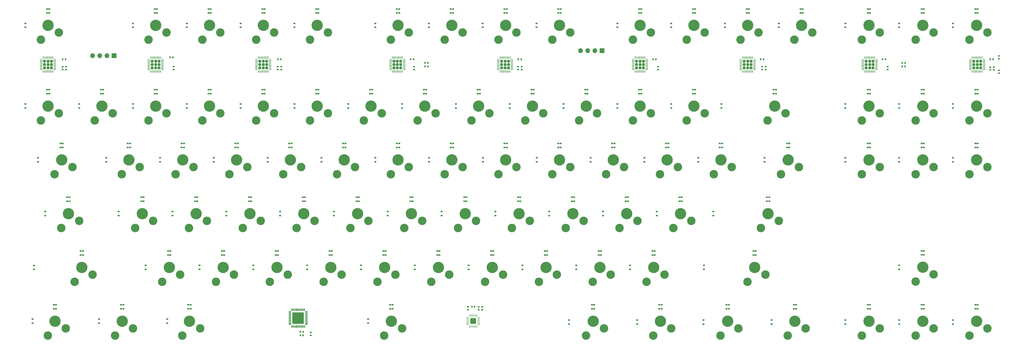
<source format=gts>
G04 #@! TF.GenerationSoftware,KiCad,Pcbnew,(6.0.5)*
G04 #@! TF.CreationDate,2022-10-12T22:06:10+02:00*
G04 #@! TF.ProjectId,vakeyboard,76616b65-7962-46f6-9172-642e6b696361,rev?*
G04 #@! TF.SameCoordinates,Original*
G04 #@! TF.FileFunction,Soldermask,Top*
G04 #@! TF.FilePolarity,Negative*
%FSLAX46Y46*%
G04 Gerber Fmt 4.6, Leading zero omitted, Abs format (unit mm)*
G04 Created by KiCad (PCBNEW (6.0.5)) date 2022-10-12 22:06:10*
%MOMM*%
%LPD*%
G01*
G04 APERTURE LIST*
G04 Aperture macros list*
%AMRoundRect*
0 Rectangle with rounded corners*
0 $1 Rounding radius*
0 $2 $3 $4 $5 $6 $7 $8 $9 X,Y pos of 4 corners*
0 Add a 4 corners polygon primitive as box body*
4,1,4,$2,$3,$4,$5,$6,$7,$8,$9,$2,$3,0*
0 Add four circle primitives for the rounded corners*
1,1,$1+$1,$2,$3*
1,1,$1+$1,$4,$5*
1,1,$1+$1,$6,$7*
1,1,$1+$1,$8,$9*
0 Add four rect primitives between the rounded corners*
20,1,$1+$1,$2,$3,$4,$5,0*
20,1,$1+$1,$4,$5,$6,$7,0*
20,1,$1+$1,$6,$7,$8,$9,0*
20,1,$1+$1,$8,$9,$2,$3,0*%
G04 Aperture macros list end*
%ADD10RoundRect,0.008100X0.421900X0.126900X-0.421900X0.126900X-0.421900X-0.126900X0.421900X-0.126900X0*%
%ADD11RoundRect,0.008100X-0.126900X0.421900X-0.126900X-0.421900X0.126900X-0.421900X0.126900X0.421900X0*%
%ADD12R,4.100000X4.100000*%
%ADD13RoundRect,0.135000X-0.185000X0.135000X-0.185000X-0.135000X0.185000X-0.135000X0.185000X0.135000X0*%
%ADD14C,3.000000*%
%ADD15C,4.000000*%
%ADD16R,0.700000X0.600000*%
%ADD17R,0.650000X0.600000*%
%ADD18RoundRect,0.140000X-0.170000X0.140000X-0.170000X-0.140000X0.170000X-0.140000X0.170000X0.140000X0*%
%ADD19RoundRect,0.135000X0.185000X-0.135000X0.185000X0.135000X-0.185000X0.135000X-0.185000X-0.135000X0*%
%ADD20RoundRect,0.062500X-0.350000X-0.062500X0.350000X-0.062500X0.350000X0.062500X-0.350000X0.062500X0*%
%ADD21RoundRect,0.062500X-0.062500X-0.350000X0.062500X-0.350000X0.062500X0.350000X-0.062500X0.350000X0*%
%ADD22RoundRect,0.242500X-0.242500X-0.242500X0.242500X-0.242500X0.242500X0.242500X-0.242500X0.242500X0*%
%ADD23RoundRect,0.135000X0.135000X0.185000X-0.135000X0.185000X-0.135000X-0.185000X0.135000X-0.185000X0*%
%ADD24RoundRect,0.062500X-0.375000X-0.062500X0.375000X-0.062500X0.375000X0.062500X-0.375000X0.062500X0*%
%ADD25RoundRect,0.062500X-0.062500X-0.375000X0.062500X-0.375000X0.062500X0.375000X-0.062500X0.375000X0*%
%ADD26R,2.100000X2.100000*%
%ADD27RoundRect,0.135000X-0.135000X-0.185000X0.135000X-0.185000X0.135000X0.185000X-0.135000X0.185000X0*%
%ADD28RoundRect,0.140000X0.140000X0.170000X-0.140000X0.170000X-0.140000X-0.170000X0.140000X-0.170000X0*%
%ADD29RoundRect,0.140000X-0.140000X-0.170000X0.140000X-0.170000X0.140000X0.170000X-0.140000X0.170000X0*%
%ADD30R,1.700000X1.700000*%
%ADD31O,1.700000X1.700000*%
G04 APERTURE END LIST*
D10*
X128304000Y-201280000D03*
X128304000Y-200780000D03*
X128304000Y-200280000D03*
X128304000Y-199780000D03*
X128304000Y-199280000D03*
X128304000Y-198780000D03*
X128304000Y-198280000D03*
X128304000Y-197780000D03*
X128304000Y-197280000D03*
X128304000Y-196780000D03*
D11*
X127619000Y-196095000D03*
X127119000Y-196095000D03*
X126619000Y-196095000D03*
X126119000Y-196095000D03*
X125619000Y-196095000D03*
X125119000Y-196095000D03*
X124619000Y-196095000D03*
X124119000Y-196095000D03*
X123619000Y-196095000D03*
X123119000Y-196095000D03*
D10*
X122434000Y-196780000D03*
X122434000Y-197280000D03*
X122434000Y-197780000D03*
X122434000Y-198280000D03*
X122434000Y-198780000D03*
X122434000Y-199280000D03*
X122434000Y-199780000D03*
X122434000Y-200280000D03*
X122434000Y-200780000D03*
X122434000Y-201280000D03*
D11*
X123119000Y-201965000D03*
X123619000Y-201965000D03*
X124119000Y-201965000D03*
X124619000Y-201965000D03*
X125119000Y-201965000D03*
X125619000Y-201965000D03*
X126119000Y-201965000D03*
X126619000Y-201965000D03*
X127119000Y-201965000D03*
X127619000Y-201965000D03*
D12*
X125369000Y-199030000D03*
D13*
X129814000Y-204108000D03*
X129814000Y-205128000D03*
D14*
X296300000Y-148035000D03*
X302650000Y-145495000D03*
D15*
X298840000Y-142955000D03*
D14*
X39120000Y-148035000D03*
X45470000Y-145495000D03*
D15*
X41660000Y-142955000D03*
D14*
X155805000Y-205185000D03*
X162155000Y-202645000D03*
D15*
X158345000Y-200105000D03*
D14*
X284390000Y-186135000D03*
X290740000Y-183595000D03*
D15*
X286930000Y-181055000D03*
D14*
X298675000Y-205185000D03*
X305025000Y-202645000D03*
D15*
X301215000Y-200105000D03*
D14*
X46265000Y-186135000D03*
X52615000Y-183595000D03*
D15*
X48805000Y-181055000D03*
D14*
X36745000Y-205185000D03*
X43095000Y-202645000D03*
D15*
X39285000Y-200105000D03*
D14*
X289155000Y-167085000D03*
X295505000Y-164545000D03*
D15*
X291695000Y-162005000D03*
D14*
X41505000Y-167085000D03*
X47855000Y-164545000D03*
D15*
X44045000Y-162005000D03*
D14*
X291535000Y-128985000D03*
X297885000Y-126445000D03*
D15*
X294075000Y-123905000D03*
X232160000Y-181055000D03*
D14*
X229620000Y-186135000D03*
X235970000Y-183595000D03*
D15*
X227395000Y-123905000D03*
D14*
X231205000Y-126445000D03*
X224855000Y-128985000D03*
D15*
X213110000Y-181055000D03*
D14*
X210570000Y-186135000D03*
X216920000Y-183595000D03*
D15*
X55945000Y-123905000D03*
D14*
X59755000Y-126445000D03*
X53405000Y-128985000D03*
D15*
X74995000Y-123905000D03*
D14*
X78805000Y-126445000D03*
X72455000Y-128985000D03*
X91505000Y-128985000D03*
X97855000Y-126445000D03*
D15*
X94045000Y-123905000D03*
X113095000Y-123905000D03*
D14*
X110555000Y-128985000D03*
X116905000Y-126445000D03*
X129605000Y-128985000D03*
D15*
X132145000Y-123905000D03*
D14*
X135955000Y-126445000D03*
X155005000Y-126445000D03*
X148655000Y-128985000D03*
D15*
X151195000Y-123905000D03*
D14*
X167705000Y-128985000D03*
D15*
X170245000Y-123905000D03*
D14*
X174055000Y-126445000D03*
X193105000Y-126445000D03*
D15*
X189295000Y-123905000D03*
D14*
X186755000Y-128985000D03*
D15*
X208345000Y-123905000D03*
D14*
X212155000Y-126445000D03*
X205805000Y-128985000D03*
X264550000Y-164545000D03*
D15*
X260740000Y-162005000D03*
D14*
X258200000Y-167085000D03*
D15*
X251210000Y-181055000D03*
D14*
X248670000Y-186135000D03*
X255020000Y-183595000D03*
X239150000Y-167085000D03*
D15*
X241690000Y-162005000D03*
D14*
X245500000Y-164545000D03*
X259785000Y-145495000D03*
X253435000Y-148035000D03*
D15*
X255975000Y-142955000D03*
D14*
X278835000Y-145495000D03*
X272485000Y-148035000D03*
D15*
X275025000Y-142955000D03*
D14*
X74050000Y-164545000D03*
D15*
X70240000Y-162005000D03*
D14*
X67700000Y-167085000D03*
D15*
X155960000Y-181055000D03*
D14*
X153420000Y-186135000D03*
X159770000Y-183595000D03*
X121670000Y-183595000D03*
X115320000Y-186135000D03*
D15*
X117860000Y-181055000D03*
D14*
X105800000Y-167085000D03*
D15*
X108340000Y-162005000D03*
D14*
X112150000Y-164545000D03*
X324855000Y-148035000D03*
D15*
X327395000Y-142955000D03*
D14*
X331205000Y-145495000D03*
X350255000Y-202645000D03*
D15*
X346445000Y-200105000D03*
D14*
X343905000Y-205185000D03*
D15*
X103575000Y-142955000D03*
D14*
X107385000Y-145495000D03*
X101035000Y-148035000D03*
X350255000Y-145495000D03*
X343905000Y-148035000D03*
D15*
X346445000Y-142955000D03*
D14*
X269305000Y-126445000D03*
X262955000Y-128985000D03*
D15*
X265495000Y-123905000D03*
D14*
X40705000Y-97875000D03*
X34355000Y-100415000D03*
D15*
X36895000Y-95335000D03*
D14*
X72455000Y-100415000D03*
X78805000Y-97875000D03*
D15*
X74995000Y-95335000D03*
D14*
X97855000Y-97875000D03*
X91505000Y-100415000D03*
D15*
X94045000Y-95335000D03*
D14*
X110555000Y-100415000D03*
D15*
X113095000Y-95335000D03*
D14*
X116905000Y-97875000D03*
X135955000Y-97875000D03*
D15*
X132145000Y-95335000D03*
D14*
X129605000Y-100415000D03*
X158182500Y-100415000D03*
X164532500Y-97875000D03*
D15*
X160722500Y-95335000D03*
X179772500Y-95335000D03*
D14*
X177232500Y-100415000D03*
X183582500Y-97875000D03*
D15*
X198822500Y-95335000D03*
D14*
X196282500Y-100415000D03*
X202632500Y-97875000D03*
X221682500Y-97875000D03*
X215332500Y-100415000D03*
D15*
X217872500Y-95335000D03*
D14*
X250260000Y-97875000D03*
D15*
X246450000Y-95335000D03*
D14*
X243910000Y-100415000D03*
D15*
X265500000Y-95335000D03*
D14*
X269310000Y-97875000D03*
X262960000Y-100415000D03*
X288360000Y-97875000D03*
D15*
X284550000Y-95335000D03*
D14*
X282010000Y-100415000D03*
X307410000Y-97875000D03*
X301060000Y-100415000D03*
D15*
X303600000Y-95335000D03*
D14*
X124850000Y-167085000D03*
D15*
X127390000Y-162005000D03*
D14*
X131200000Y-164545000D03*
D15*
X146440000Y-162005000D03*
D14*
X150250000Y-164545000D03*
X143900000Y-167085000D03*
X162950000Y-167085000D03*
X169300000Y-164545000D03*
D15*
X165490000Y-162005000D03*
D14*
X343905000Y-128985000D03*
X350255000Y-126445000D03*
D15*
X346445000Y-123905000D03*
D14*
X202635000Y-145495000D03*
D15*
X198825000Y-142955000D03*
D14*
X196285000Y-148035000D03*
X324855000Y-128985000D03*
X331205000Y-126445000D03*
D15*
X327395000Y-123905000D03*
X184540000Y-162005000D03*
D14*
X188350000Y-164545000D03*
X182000000Y-167085000D03*
X207400000Y-164545000D03*
X201050000Y-167085000D03*
D15*
X203590000Y-162005000D03*
X222640000Y-162005000D03*
D14*
X220100000Y-167085000D03*
X226450000Y-164545000D03*
X324855000Y-205185000D03*
X331205000Y-202645000D03*
D15*
X327395000Y-200105000D03*
D14*
X191520000Y-186135000D03*
X197870000Y-183595000D03*
D15*
X194060000Y-181055000D03*
D14*
X243905000Y-128985000D03*
D15*
X246445000Y-123905000D03*
D14*
X250255000Y-126445000D03*
X172470000Y-186135000D03*
D15*
X175010000Y-181055000D03*
D14*
X178820000Y-183595000D03*
X215335000Y-148035000D03*
D15*
X217875000Y-142955000D03*
D14*
X221685000Y-145495000D03*
X234385000Y-148035000D03*
X240735000Y-145495000D03*
D15*
X236925000Y-142955000D03*
D14*
X362955000Y-100415000D03*
D15*
X365495000Y-95335000D03*
D14*
X369305000Y-97875000D03*
D15*
X365495000Y-142955000D03*
D14*
X362955000Y-148035000D03*
X369305000Y-145495000D03*
X369305000Y-126445000D03*
D15*
X365495000Y-123905000D03*
D14*
X362955000Y-128985000D03*
D15*
X327395000Y-95335000D03*
D14*
X331205000Y-97875000D03*
X324855000Y-100415000D03*
X69285000Y-145495000D03*
D15*
X65475000Y-142955000D03*
D14*
X62935000Y-148035000D03*
X126435000Y-145495000D03*
D15*
X122625000Y-142955000D03*
D14*
X120085000Y-148035000D03*
D15*
X365495000Y-200105000D03*
D14*
X369305000Y-202645000D03*
X362955000Y-205185000D03*
D15*
X89290000Y-162005000D03*
D14*
X93100000Y-164545000D03*
X86750000Y-167085000D03*
D15*
X346445000Y-95335000D03*
D14*
X343905000Y-100415000D03*
X350255000Y-97875000D03*
X145485000Y-145495000D03*
X139135000Y-148035000D03*
D15*
X141675000Y-142955000D03*
D14*
X40705000Y-126445000D03*
X34355000Y-128985000D03*
D15*
X36895000Y-123905000D03*
D14*
X177235000Y-148035000D03*
D15*
X179775000Y-142955000D03*
D14*
X183585000Y-145495000D03*
D15*
X136910000Y-181055000D03*
D14*
X140720000Y-183595000D03*
X134370000Y-186135000D03*
D15*
X84525000Y-142955000D03*
D14*
X88335000Y-145495000D03*
X81985000Y-148035000D03*
X102620000Y-183595000D03*
X96270000Y-186135000D03*
D15*
X98810000Y-181055000D03*
D14*
X158185000Y-148035000D03*
D15*
X160725000Y-142955000D03*
D14*
X164535000Y-145495000D03*
D15*
X79760000Y-181055000D03*
D14*
X83570000Y-183595000D03*
X77220000Y-186135000D03*
D16*
X223774000Y-180355000D03*
X223774000Y-181755000D03*
X204724000Y-180355000D03*
X204724000Y-181755000D03*
X47874000Y-123205000D03*
X47874000Y-124605000D03*
X66924000Y-123205000D03*
X66924000Y-124605000D03*
X85974000Y-123205000D03*
X85974000Y-124605000D03*
X105024000Y-123205000D03*
X105024000Y-124605000D03*
X124074000Y-123205000D03*
X124074000Y-124605000D03*
X143124000Y-123205000D03*
X143124000Y-124605000D03*
X162174000Y-123205000D03*
X162174000Y-124605000D03*
X181224000Y-123205000D03*
X181224000Y-124605000D03*
X200274000Y-123205000D03*
X200274000Y-124605000D03*
X219324000Y-123205000D03*
X219324000Y-124605000D03*
X252359000Y-161305000D03*
X252359000Y-162705000D03*
X242824000Y-180355000D03*
X242824000Y-181755000D03*
X233309000Y-161305000D03*
X233309000Y-162705000D03*
X247909000Y-142255000D03*
X247909000Y-143655000D03*
X290454000Y-142255000D03*
X290454000Y-143655000D03*
X266959000Y-142255000D03*
X266959000Y-143655000D03*
X61859000Y-161305000D03*
X61859000Y-162705000D03*
X147574000Y-180355000D03*
X147574000Y-181755000D03*
X275209000Y-123205000D03*
X275209000Y-124605000D03*
X109474000Y-180355000D03*
X109474000Y-181755000D03*
X35819000Y-161305000D03*
X35819000Y-162705000D03*
X99959000Y-161305000D03*
X99959000Y-162705000D03*
X319019000Y-142255000D03*
X319019000Y-143655000D03*
X338069000Y-199753000D03*
X338069000Y-201153000D03*
X95509000Y-142255000D03*
X95509000Y-143655000D03*
X338069000Y-142255000D03*
X338069000Y-143655000D03*
X272288000Y-161305000D03*
X272288000Y-162705000D03*
X257424000Y-123205000D03*
X257424000Y-124605000D03*
X28824000Y-94630000D03*
X28824000Y-96030000D03*
X66919000Y-94630000D03*
X66919000Y-96030000D03*
X85974000Y-94630000D03*
X85974000Y-96030000D03*
X105024000Y-94630000D03*
X105024000Y-96030000D03*
X124074000Y-94630000D03*
X124074000Y-96030000D03*
X152659000Y-94630000D03*
X152659000Y-96030000D03*
X171684000Y-94630000D03*
X171684000Y-96030000D03*
X190734000Y-94630000D03*
X190734000Y-96030000D03*
X209784000Y-94630000D03*
X209784000Y-96030000D03*
X238394000Y-94630000D03*
X238394000Y-96030000D03*
X257439000Y-94630000D03*
X257439000Y-96030000D03*
X276489000Y-94630000D03*
X276489000Y-96030000D03*
X295539000Y-94630000D03*
X295539000Y-96030000D03*
X119009000Y-161305000D03*
X119009000Y-162705000D03*
X268864000Y-199753000D03*
X268864000Y-201153000D03*
X138059000Y-161305000D03*
X138059000Y-162705000D03*
X157109000Y-161305000D03*
X157109000Y-162705000D03*
X338069000Y-123205000D03*
X338069000Y-124605000D03*
X190759000Y-142255000D03*
X190759000Y-143655000D03*
X319019000Y-123205000D03*
X319019000Y-124605000D03*
X176159000Y-161305000D03*
X176159000Y-162705000D03*
X195209000Y-161305000D03*
X195209000Y-162705000D03*
X214259000Y-161305000D03*
X214259000Y-162705000D03*
X54869000Y-199405000D03*
X54869000Y-200805000D03*
X31374000Y-199405000D03*
X31374000Y-200805000D03*
X319019000Y-199753000D03*
X319019000Y-201153000D03*
X31877000Y-180402000D03*
X31877000Y-181802000D03*
X78999000Y-199405000D03*
X78999000Y-200805000D03*
X185674000Y-180355000D03*
X185674000Y-181755000D03*
X238374000Y-123205000D03*
X238374000Y-124605000D03*
X166624000Y-180355000D03*
X166624000Y-181755000D03*
X209809000Y-142255000D03*
X209809000Y-143655000D03*
X228859000Y-142255000D03*
X228859000Y-143655000D03*
X357119000Y-94630000D03*
X357119000Y-96030000D03*
X357119000Y-142255000D03*
X357119000Y-143655000D03*
X357119000Y-123205000D03*
X357119000Y-124605000D03*
X319019000Y-94630000D03*
X319019000Y-96030000D03*
X57409000Y-142255000D03*
X57409000Y-143655000D03*
X114559000Y-142255000D03*
X114559000Y-143655000D03*
X245369000Y-199753000D03*
X245369000Y-201153000D03*
X292994000Y-199753000D03*
X292994000Y-201153000D03*
X357119000Y-199753000D03*
X357119000Y-201153000D03*
X268986000Y-180355000D03*
X268986000Y-181755000D03*
X221239000Y-199753000D03*
X221239000Y-201153000D03*
X80909000Y-161305000D03*
X80909000Y-162705000D03*
X338069000Y-94630000D03*
X338069000Y-96030000D03*
X150119000Y-199405000D03*
X150119000Y-200805000D03*
X133609000Y-142255000D03*
X133609000Y-143655000D03*
X33274000Y-142255000D03*
X33274000Y-143655000D03*
X28824000Y-123205000D03*
X28824000Y-124605000D03*
X171709000Y-142255000D03*
X171709000Y-143655000D03*
X338069000Y-180355000D03*
X338069000Y-181755000D03*
X128524000Y-180355000D03*
X128524000Y-181755000D03*
X76459000Y-142255000D03*
X76459000Y-143655000D03*
X90424000Y-180355000D03*
X90424000Y-181755000D03*
X152659000Y-142255000D03*
X152659000Y-143655000D03*
X71374000Y-180355000D03*
X71374000Y-181755000D03*
D14*
X274865000Y-205185000D03*
D15*
X277405000Y-200105000D03*
D14*
X281215000Y-202645000D03*
X66905000Y-202645000D03*
D15*
X63095000Y-200105000D03*
D14*
X60555000Y-205185000D03*
X84365000Y-205185000D03*
D15*
X86905000Y-200105000D03*
D14*
X90715000Y-202645000D03*
X257405000Y-202645000D03*
D15*
X253595000Y-200105000D03*
D14*
X251055000Y-205185000D03*
D15*
X229785000Y-200105000D03*
D14*
X227245000Y-205185000D03*
X233595000Y-202645000D03*
D17*
X231765000Y-175270000D03*
X231765000Y-176670000D03*
X232565000Y-175270000D03*
X232565000Y-176670000D03*
X260345000Y-156220000D03*
X260345000Y-157620000D03*
X261145000Y-156220000D03*
X261145000Y-157620000D03*
X250815000Y-175270000D03*
X250815000Y-176670000D03*
X251615000Y-175270000D03*
X251615000Y-176670000D03*
X241295000Y-156220000D03*
X241295000Y-157620000D03*
X242095000Y-156220000D03*
X242095000Y-157620000D03*
X255580000Y-137170000D03*
X255580000Y-138570000D03*
X256380000Y-137170000D03*
X256380000Y-138570000D03*
X298445000Y-137170000D03*
X298445000Y-138570000D03*
X299245000Y-137170000D03*
X299245000Y-138570000D03*
X274630000Y-137170000D03*
X274630000Y-138570000D03*
X275430000Y-137170000D03*
X275430000Y-138570000D03*
X69845000Y-156220000D03*
X69845000Y-157620000D03*
X70645000Y-156220000D03*
X70645000Y-157620000D03*
X155565000Y-175270000D03*
X155565000Y-176670000D03*
X156365000Y-175270000D03*
X156365000Y-176670000D03*
X293680000Y-118120000D03*
X293680000Y-119520000D03*
X294480000Y-118120000D03*
X294480000Y-119520000D03*
X117465000Y-175270000D03*
X117465000Y-176670000D03*
X118265000Y-175270000D03*
X118265000Y-176670000D03*
X43650000Y-156220000D03*
X43650000Y-157620000D03*
X44450000Y-156220000D03*
X44450000Y-157620000D03*
X212715000Y-175270000D03*
X212715000Y-176670000D03*
X213515000Y-175270000D03*
X213515000Y-176670000D03*
X107945000Y-156220000D03*
X107945000Y-157620000D03*
X108745000Y-156220000D03*
X108745000Y-157620000D03*
X327000000Y-137170000D03*
X327000000Y-138570000D03*
X327800000Y-137170000D03*
X327800000Y-138570000D03*
X346050000Y-194320000D03*
X346050000Y-195720000D03*
X346850000Y-194320000D03*
X346850000Y-195720000D03*
X103180000Y-137170000D03*
X103180000Y-138570000D03*
X103980000Y-137170000D03*
X103980000Y-138570000D03*
X188900000Y-118120000D03*
X188900000Y-119520000D03*
X189700000Y-118120000D03*
X189700000Y-119520000D03*
X346050000Y-137170000D03*
X346050000Y-138570000D03*
X346850000Y-137170000D03*
X346850000Y-138570000D03*
X291300000Y-156220000D03*
X291300000Y-157620000D03*
X292100000Y-156220000D03*
X292100000Y-157620000D03*
X265100000Y-118120000D03*
X265100000Y-119520000D03*
X265900000Y-118120000D03*
X265900000Y-119520000D03*
X36500000Y-89550000D03*
X36500000Y-90950000D03*
X37300000Y-89550000D03*
X37300000Y-90950000D03*
X74600000Y-89550000D03*
X74600000Y-90950000D03*
X75400000Y-89550000D03*
X75400000Y-90950000D03*
X93650000Y-89550000D03*
X93650000Y-90950000D03*
X94450000Y-89550000D03*
X94450000Y-90950000D03*
X112700000Y-89550000D03*
X112700000Y-90950000D03*
X113500000Y-89550000D03*
X113500000Y-90950000D03*
X131750000Y-89550000D03*
X131750000Y-90950000D03*
X132550000Y-89550000D03*
X132550000Y-90950000D03*
X160327500Y-89550000D03*
X160327500Y-90950000D03*
X161127500Y-89550000D03*
X161127500Y-90950000D03*
X179377500Y-89550000D03*
X179377500Y-90950000D03*
X180177500Y-89550000D03*
X180177500Y-90950000D03*
X198427500Y-89550000D03*
X198427500Y-90950000D03*
X199227500Y-89550000D03*
X199227500Y-90950000D03*
X217477500Y-89550000D03*
X217477500Y-90950000D03*
X218277500Y-89550000D03*
X218277500Y-90950000D03*
X246055000Y-89550000D03*
X246055000Y-90950000D03*
X246855000Y-89550000D03*
X246855000Y-90950000D03*
X265105000Y-89550000D03*
X265105000Y-90950000D03*
X265905000Y-89550000D03*
X265905000Y-90950000D03*
X284155000Y-89550000D03*
X284155000Y-90950000D03*
X284955000Y-89550000D03*
X284955000Y-90950000D03*
X303205000Y-89550000D03*
X303205000Y-90950000D03*
X304005000Y-89550000D03*
X304005000Y-90950000D03*
X126995000Y-156220000D03*
X126995000Y-157620000D03*
X127795000Y-156220000D03*
X127795000Y-157620000D03*
X131750000Y-118120000D03*
X131750000Y-119520000D03*
X132550000Y-118120000D03*
X132550000Y-119520000D03*
X277010000Y-194320000D03*
X277010000Y-195720000D03*
X277810000Y-194320000D03*
X277810000Y-195720000D03*
X112700000Y-118120000D03*
X112700000Y-119520000D03*
X113500000Y-118120000D03*
X113500000Y-119520000D03*
X146045000Y-156220000D03*
X146045000Y-157620000D03*
X146845000Y-156220000D03*
X146845000Y-157620000D03*
X165095000Y-156220000D03*
X165095000Y-157620000D03*
X165895000Y-156220000D03*
X165895000Y-157620000D03*
X346050000Y-118120000D03*
X346050000Y-119520000D03*
X346850000Y-118120000D03*
X346850000Y-119520000D03*
X198430000Y-137170000D03*
X198430000Y-138570000D03*
X199230000Y-137170000D03*
X199230000Y-138570000D03*
X327000000Y-118120000D03*
X327000000Y-119520000D03*
X327800000Y-118120000D03*
X327800000Y-119520000D03*
X184145000Y-156220000D03*
X184145000Y-157620000D03*
X184945000Y-156220000D03*
X184945000Y-157620000D03*
X203195000Y-156220000D03*
X203195000Y-157620000D03*
X203995000Y-156220000D03*
X203995000Y-157620000D03*
X222245000Y-156220000D03*
X222245000Y-157620000D03*
X223045000Y-156220000D03*
X223045000Y-157620000D03*
X62700000Y-194320000D03*
X62700000Y-195720000D03*
X63500000Y-194320000D03*
X63500000Y-195720000D03*
X38890000Y-194320000D03*
X38890000Y-195720000D03*
X39690000Y-194320000D03*
X39690000Y-195720000D03*
X327000000Y-194320000D03*
X327000000Y-195720000D03*
X327800000Y-194320000D03*
X327800000Y-195720000D03*
X48410000Y-175270000D03*
X48410000Y-176670000D03*
X49210000Y-175270000D03*
X49210000Y-176670000D03*
X86510000Y-194320000D03*
X86510000Y-195720000D03*
X87310000Y-194320000D03*
X87310000Y-195720000D03*
X193665000Y-175270000D03*
X193665000Y-176670000D03*
X194465000Y-175270000D03*
X194465000Y-176670000D03*
X246050000Y-118120000D03*
X246050000Y-119520000D03*
X246850000Y-118120000D03*
X246850000Y-119520000D03*
X174615000Y-175270000D03*
X174615000Y-176670000D03*
X175415000Y-175270000D03*
X175415000Y-176670000D03*
X207950000Y-118120000D03*
X207950000Y-119520000D03*
X208750000Y-118120000D03*
X208750000Y-119520000D03*
X217480000Y-137170000D03*
X217480000Y-138570000D03*
X218280000Y-137170000D03*
X218280000Y-138570000D03*
X55550000Y-118120000D03*
X55550000Y-119520000D03*
X56350000Y-118120000D03*
X56350000Y-119520000D03*
X236530000Y-137170000D03*
X236530000Y-138570000D03*
X237330000Y-137170000D03*
X237330000Y-138570000D03*
X365100000Y-89550000D03*
X365100000Y-90950000D03*
X365900000Y-89550000D03*
X365900000Y-90950000D03*
X365100000Y-137170000D03*
X365100000Y-138570000D03*
X365900000Y-137170000D03*
X365900000Y-138570000D03*
X365100000Y-118120000D03*
X365100000Y-119520000D03*
X365900000Y-118120000D03*
X365900000Y-119520000D03*
X327000000Y-89550000D03*
X327000000Y-90950000D03*
X327800000Y-89550000D03*
X327800000Y-90950000D03*
X65080000Y-137170000D03*
X65080000Y-138570000D03*
X65880000Y-137170000D03*
X65880000Y-138570000D03*
X122230000Y-137170000D03*
X122230000Y-138570000D03*
X123030000Y-137170000D03*
X123030000Y-138570000D03*
X253200000Y-194320000D03*
X253200000Y-195720000D03*
X254000000Y-194320000D03*
X254000000Y-195720000D03*
X300820000Y-194320000D03*
X300820000Y-195720000D03*
X301620000Y-194320000D03*
X301620000Y-195720000D03*
X286535000Y-175270000D03*
X286535000Y-176670000D03*
X287335000Y-175270000D03*
X287335000Y-176670000D03*
X229390000Y-194320000D03*
X229390000Y-195720000D03*
X230190000Y-194320000D03*
X230190000Y-195720000D03*
X88895000Y-156220000D03*
X88895000Y-157620000D03*
X89695000Y-156220000D03*
X89695000Y-157620000D03*
X346050000Y-89550000D03*
X346050000Y-90950000D03*
X346850000Y-89550000D03*
X346850000Y-90950000D03*
X169850000Y-118120000D03*
X169850000Y-119520000D03*
X170650000Y-118120000D03*
X170650000Y-119520000D03*
X150800000Y-118120000D03*
X150800000Y-119520000D03*
X151600000Y-118120000D03*
X151600000Y-119520000D03*
X157950000Y-194320000D03*
X157950000Y-195720000D03*
X158750000Y-194320000D03*
X158750000Y-195720000D03*
X141280000Y-137170000D03*
X141280000Y-138570000D03*
X142080000Y-137170000D03*
X142080000Y-138570000D03*
X41265000Y-137170000D03*
X41265000Y-138570000D03*
X42065000Y-137170000D03*
X42065000Y-138570000D03*
X93650000Y-118120000D03*
X93650000Y-119520000D03*
X94450000Y-118120000D03*
X94450000Y-119520000D03*
X36500000Y-118120000D03*
X36500000Y-119520000D03*
X37300000Y-118120000D03*
X37300000Y-119520000D03*
X74600000Y-118120000D03*
X74600000Y-119520000D03*
X75400000Y-118120000D03*
X75400000Y-119520000D03*
X179380000Y-137170000D03*
X179380000Y-138570000D03*
X180180000Y-137170000D03*
X180180000Y-138570000D03*
X346050000Y-175230000D03*
X346050000Y-176630000D03*
X346850000Y-175230000D03*
X346850000Y-176630000D03*
X136515000Y-175270000D03*
X136515000Y-176670000D03*
X137315000Y-175270000D03*
X137315000Y-176670000D03*
X84130000Y-137170000D03*
X84130000Y-138570000D03*
X84930000Y-137170000D03*
X84930000Y-138570000D03*
X98415000Y-175270000D03*
X98415000Y-176670000D03*
X99215000Y-175270000D03*
X99215000Y-176670000D03*
X160330000Y-137170000D03*
X160330000Y-138570000D03*
X161130000Y-137170000D03*
X161130000Y-138570000D03*
X79365000Y-175270000D03*
X79365000Y-176670000D03*
X80165000Y-175270000D03*
X80165000Y-176670000D03*
X227000000Y-118120000D03*
X227000000Y-119520000D03*
X227800000Y-118120000D03*
X227800000Y-119520000D03*
D14*
X350255000Y-183555000D03*
D15*
X346445000Y-181015000D03*
D14*
X343905000Y-186095000D03*
D17*
X365100000Y-194320000D03*
X365100000Y-195720000D03*
X365900000Y-194320000D03*
X365900000Y-195720000D03*
D18*
X290830000Y-110010000D03*
X290830000Y-110970000D03*
D19*
X373380000Y-112270000D03*
X373380000Y-111250000D03*
D20*
X158062500Y-107420000D03*
X158062500Y-107820000D03*
X158062500Y-108220000D03*
X158062500Y-108620000D03*
X158062500Y-109020000D03*
X158062500Y-109420000D03*
X158062500Y-109820000D03*
X158062500Y-110220000D03*
X158062500Y-110620000D03*
X158062500Y-111020000D03*
D21*
X158700000Y-111657500D03*
X159100000Y-111657500D03*
X159500000Y-111657500D03*
X159900000Y-111657500D03*
X160300000Y-111657500D03*
X160700000Y-111657500D03*
X161100000Y-111657500D03*
X161500000Y-111657500D03*
X161900000Y-111657500D03*
X162300000Y-111657500D03*
D20*
X162937500Y-111020000D03*
X162937500Y-110620000D03*
D22*
X161700000Y-109220000D03*
X161700000Y-110420000D03*
X159300000Y-109220000D03*
X160500000Y-110420000D03*
X161700000Y-108020000D03*
X160500000Y-109220000D03*
D20*
X162937500Y-110220000D03*
D22*
X159300000Y-108020000D03*
X160500000Y-108020000D03*
X159300000Y-110420000D03*
D20*
X162937500Y-109820000D03*
X162937500Y-109420000D03*
X162937500Y-109020000D03*
X162937500Y-108620000D03*
X162937500Y-108220000D03*
X162937500Y-107820000D03*
X162937500Y-107420000D03*
D21*
X162300000Y-106782500D03*
X161900000Y-106782500D03*
X161500000Y-106782500D03*
X161100000Y-106782500D03*
X160700000Y-106782500D03*
X160300000Y-106782500D03*
X159900000Y-106782500D03*
X159500000Y-106782500D03*
X159100000Y-106782500D03*
X158700000Y-106782500D03*
D18*
X334010000Y-110010000D03*
X334010000Y-110970000D03*
D23*
X290070000Y-107315000D03*
X289050000Y-107315000D03*
D20*
X363322500Y-107420000D03*
X363322500Y-107820000D03*
X363322500Y-108220000D03*
X363322500Y-108620000D03*
X363322500Y-109020000D03*
X363322500Y-109420000D03*
X363322500Y-109820000D03*
X363322500Y-110220000D03*
X363322500Y-110620000D03*
X363322500Y-111020000D03*
D21*
X363960000Y-111657500D03*
X364360000Y-111657500D03*
X364760000Y-111657500D03*
X365160000Y-111657500D03*
X365560000Y-111657500D03*
X365960000Y-111657500D03*
X366360000Y-111657500D03*
X366760000Y-111657500D03*
X367160000Y-111657500D03*
X367560000Y-111657500D03*
D20*
X368197500Y-111020000D03*
X368197500Y-110620000D03*
D22*
X364560000Y-108020000D03*
X366960000Y-110420000D03*
X364560000Y-109220000D03*
X365760000Y-110420000D03*
X364560000Y-110420000D03*
X366960000Y-108020000D03*
X366960000Y-109220000D03*
X365760000Y-109220000D03*
X365760000Y-108020000D03*
D20*
X368197500Y-110220000D03*
X368197500Y-109820000D03*
X368197500Y-109420000D03*
X368197500Y-109020000D03*
X368197500Y-108620000D03*
X368197500Y-108220000D03*
X368197500Y-107820000D03*
X368197500Y-107420000D03*
D21*
X367560000Y-106782500D03*
X367160000Y-106782500D03*
X366760000Y-106782500D03*
X366360000Y-106782500D03*
X365960000Y-106782500D03*
X365560000Y-106782500D03*
X365160000Y-106782500D03*
X364760000Y-106782500D03*
X364360000Y-106782500D03*
X363960000Y-106782500D03*
D13*
X190500000Y-195070000D03*
X190500000Y-196090000D03*
D24*
X185387500Y-198775000D03*
X185387500Y-199275000D03*
X185387500Y-199775000D03*
X185387500Y-200275000D03*
X185387500Y-200775000D03*
X185387500Y-201275000D03*
D25*
X186075000Y-201962500D03*
X186575000Y-201962500D03*
X187075000Y-201962500D03*
X187575000Y-201962500D03*
X188075000Y-201962500D03*
X188575000Y-201962500D03*
D24*
X189262500Y-201275000D03*
X189262500Y-200775000D03*
X189262500Y-200275000D03*
X189262500Y-199775000D03*
X189262500Y-199275000D03*
X189262500Y-198775000D03*
D25*
X188575000Y-198087500D03*
X188075000Y-198087500D03*
X187575000Y-198087500D03*
X187075000Y-198087500D03*
X186575000Y-198087500D03*
X186075000Y-198087500D03*
D26*
X187325000Y-200025000D03*
D13*
X185420000Y-195070000D03*
X185420000Y-196090000D03*
D18*
X118110000Y-110010000D03*
X118110000Y-110970000D03*
D20*
X34392500Y-107420000D03*
X34392500Y-107820000D03*
X34392500Y-108220000D03*
X34392500Y-108620000D03*
X34392500Y-109020000D03*
X34392500Y-109420000D03*
X34392500Y-109820000D03*
X34392500Y-110220000D03*
X34392500Y-110620000D03*
X34392500Y-111020000D03*
D21*
X35030000Y-111657500D03*
X35430000Y-111657500D03*
X35830000Y-111657500D03*
X36230000Y-111657500D03*
X36630000Y-111657500D03*
X37030000Y-111657500D03*
X37430000Y-111657500D03*
X37830000Y-111657500D03*
X38230000Y-111657500D03*
X38630000Y-111657500D03*
D20*
X39267500Y-111020000D03*
X39267500Y-110620000D03*
X39267500Y-110220000D03*
D22*
X36830000Y-109220000D03*
X35630000Y-110420000D03*
X38030000Y-109220000D03*
X36830000Y-108020000D03*
X35630000Y-109220000D03*
X38030000Y-108020000D03*
X38030000Y-110420000D03*
X36830000Y-110420000D03*
X35630000Y-108020000D03*
D20*
X39267500Y-109820000D03*
X39267500Y-109420000D03*
X39267500Y-109020000D03*
X39267500Y-108620000D03*
X39267500Y-108220000D03*
X39267500Y-107820000D03*
X39267500Y-107420000D03*
D21*
X38630000Y-106782500D03*
X38230000Y-106782500D03*
X37830000Y-106782500D03*
X37430000Y-106782500D03*
X37030000Y-106782500D03*
X36630000Y-106782500D03*
X36230000Y-106782500D03*
X35830000Y-106782500D03*
X35430000Y-106782500D03*
X35030000Y-106782500D03*
D27*
X170305000Y-109855000D03*
X171325000Y-109855000D03*
D13*
X373380000Y-106170000D03*
X373380000Y-107190000D03*
D23*
X251970000Y-107315000D03*
X250950000Y-107315000D03*
D18*
X166370000Y-110010000D03*
X166370000Y-110970000D03*
D20*
X325222500Y-107420000D03*
X325222500Y-107820000D03*
X325222500Y-108220000D03*
X325222500Y-108620000D03*
X325222500Y-109020000D03*
X325222500Y-109420000D03*
X325222500Y-109820000D03*
X325222500Y-110220000D03*
X325222500Y-110620000D03*
X325222500Y-111020000D03*
D21*
X325860000Y-111657500D03*
X326260000Y-111657500D03*
X326660000Y-111657500D03*
X327060000Y-111657500D03*
X327460000Y-111657500D03*
X327860000Y-111657500D03*
X328260000Y-111657500D03*
X328660000Y-111657500D03*
X329060000Y-111657500D03*
X329460000Y-111657500D03*
D20*
X330097500Y-111020000D03*
X330097500Y-110620000D03*
D22*
X326460000Y-108020000D03*
X328860000Y-109220000D03*
X327660000Y-108020000D03*
X327660000Y-109220000D03*
X326460000Y-109220000D03*
X326460000Y-110420000D03*
X328860000Y-108020000D03*
X327660000Y-110420000D03*
X328860000Y-110420000D03*
D20*
X330097500Y-110220000D03*
X330097500Y-109820000D03*
X330097500Y-109420000D03*
X330097500Y-109020000D03*
X330097500Y-108620000D03*
X330097500Y-108220000D03*
X330097500Y-107820000D03*
X330097500Y-107420000D03*
D21*
X329460000Y-106782500D03*
X329060000Y-106782500D03*
X328660000Y-106782500D03*
X328260000Y-106782500D03*
X327860000Y-106782500D03*
X327460000Y-106782500D03*
X327060000Y-106782500D03*
X326660000Y-106782500D03*
X326260000Y-106782500D03*
X325860000Y-106782500D03*
D23*
X340235000Y-108585000D03*
X339215000Y-108585000D03*
D28*
X187825000Y-194966000D03*
X186865000Y-194966000D03*
D18*
X204470000Y-110010000D03*
X204470000Y-110970000D03*
D23*
X204345000Y-107315000D03*
X203325000Y-107315000D03*
D18*
X203200000Y-110010000D03*
X203200000Y-110970000D03*
D23*
X43055000Y-107315000D03*
X42035000Y-107315000D03*
D18*
X81280000Y-110010000D03*
X81280000Y-110970000D03*
X371650000Y-110150000D03*
X371650000Y-111110000D03*
D20*
X196182500Y-107420000D03*
X196182500Y-107820000D03*
X196182500Y-108220000D03*
X196182500Y-108620000D03*
X196182500Y-109020000D03*
X196182500Y-109420000D03*
X196182500Y-109820000D03*
X196182500Y-110220000D03*
X196182500Y-110620000D03*
X196182500Y-111020000D03*
D21*
X196820000Y-111657500D03*
X197220000Y-111657500D03*
X197620000Y-111657500D03*
X198020000Y-111657500D03*
X198420000Y-111657500D03*
X198820000Y-111657500D03*
X199220000Y-111657500D03*
X199620000Y-111657500D03*
X200020000Y-111657500D03*
X200420000Y-111657500D03*
D20*
X201057500Y-111020000D03*
X201057500Y-110620000D03*
D22*
X197420000Y-108020000D03*
X198620000Y-108020000D03*
X197420000Y-110420000D03*
X197420000Y-109220000D03*
D20*
X201057500Y-110220000D03*
D22*
X198620000Y-109220000D03*
X199820000Y-109220000D03*
X199820000Y-108020000D03*
X199820000Y-110420000D03*
X198620000Y-110420000D03*
D20*
X201057500Y-109820000D03*
X201057500Y-109420000D03*
X201057500Y-109020000D03*
X201057500Y-108620000D03*
X201057500Y-108220000D03*
X201057500Y-107820000D03*
X201057500Y-107420000D03*
D21*
X200420000Y-106782500D03*
X200020000Y-106782500D03*
X199620000Y-106782500D03*
X199220000Y-106782500D03*
X198820000Y-106782500D03*
X198420000Y-106782500D03*
X198020000Y-106782500D03*
X197620000Y-106782500D03*
X197220000Y-106782500D03*
X196820000Y-106782500D03*
D23*
X333250000Y-107315000D03*
X332230000Y-107315000D03*
X171325000Y-108585000D03*
X170305000Y-108585000D03*
D20*
X110592500Y-107420000D03*
X110592500Y-107820000D03*
X110592500Y-108220000D03*
X110592500Y-108620000D03*
X110592500Y-109020000D03*
X110592500Y-109420000D03*
X110592500Y-109820000D03*
X110592500Y-110220000D03*
X110592500Y-110620000D03*
X110592500Y-111020000D03*
D21*
X111230000Y-111657500D03*
X111630000Y-111657500D03*
X112030000Y-111657500D03*
X112430000Y-111657500D03*
X112830000Y-111657500D03*
X113230000Y-111657500D03*
X113630000Y-111657500D03*
X114030000Y-111657500D03*
X114430000Y-111657500D03*
X114830000Y-111657500D03*
D20*
X115467500Y-111020000D03*
X115467500Y-110620000D03*
D22*
X114230000Y-110420000D03*
X111830000Y-110420000D03*
X111830000Y-109220000D03*
D20*
X115467500Y-110220000D03*
D22*
X113030000Y-110420000D03*
X111830000Y-108020000D03*
X113030000Y-108020000D03*
X113030000Y-109220000D03*
X114230000Y-109220000D03*
X114230000Y-108020000D03*
D20*
X115467500Y-109820000D03*
X115467500Y-109420000D03*
X115467500Y-109020000D03*
X115467500Y-108620000D03*
X115467500Y-108220000D03*
X115467500Y-107820000D03*
X115467500Y-107420000D03*
D21*
X114830000Y-106782500D03*
X114430000Y-106782500D03*
X114030000Y-106782500D03*
X113630000Y-106782500D03*
X113230000Y-106782500D03*
X112830000Y-106782500D03*
X112430000Y-106782500D03*
X112030000Y-106782500D03*
X111630000Y-106782500D03*
X111230000Y-106782500D03*
D23*
X81030000Y-106680000D03*
X80010000Y-106680000D03*
D20*
X72492500Y-107420000D03*
X72492500Y-107820000D03*
X72492500Y-108220000D03*
X72492500Y-108620000D03*
X72492500Y-109020000D03*
X72492500Y-109420000D03*
X72492500Y-109820000D03*
X72492500Y-110220000D03*
X72492500Y-110620000D03*
X72492500Y-111020000D03*
D21*
X73130000Y-111657500D03*
X73530000Y-111657500D03*
X73930000Y-111657500D03*
X74330000Y-111657500D03*
X74730000Y-111657500D03*
X75130000Y-111657500D03*
X75530000Y-111657500D03*
X75930000Y-111657500D03*
X76330000Y-111657500D03*
X76730000Y-111657500D03*
D20*
X77367500Y-111020000D03*
X77367500Y-110620000D03*
D22*
X76130000Y-108020000D03*
X74930000Y-110420000D03*
X73730000Y-108020000D03*
D20*
X77367500Y-110220000D03*
D22*
X73730000Y-110420000D03*
X74930000Y-109220000D03*
X76130000Y-110420000D03*
X73730000Y-109220000D03*
X76130000Y-109220000D03*
X74930000Y-108020000D03*
D20*
X77367500Y-109820000D03*
X77367500Y-109420000D03*
X77367500Y-109020000D03*
X77367500Y-108620000D03*
X77367500Y-108220000D03*
X77367500Y-107820000D03*
X77367500Y-107420000D03*
D21*
X76730000Y-106782500D03*
X76330000Y-106782500D03*
X75930000Y-106782500D03*
X75530000Y-106782500D03*
X75130000Y-106782500D03*
X74730000Y-106782500D03*
X74330000Y-106782500D03*
X73930000Y-106782500D03*
X73530000Y-106782500D03*
X73130000Y-106782500D03*
D23*
X127149000Y-203856000D03*
X126129000Y-203856000D03*
D18*
X370380000Y-110150000D03*
X370380000Y-111110000D03*
D23*
X119255000Y-107315000D03*
X118235000Y-107315000D03*
D20*
X243942500Y-107420000D03*
X243942500Y-107820000D03*
X243942500Y-108220000D03*
X243942500Y-108620000D03*
X243942500Y-109020000D03*
X243942500Y-109420000D03*
X243942500Y-109820000D03*
X243942500Y-110220000D03*
X243942500Y-110620000D03*
X243942500Y-111020000D03*
D21*
X244580000Y-111657500D03*
X244980000Y-111657500D03*
X245380000Y-111657500D03*
X245780000Y-111657500D03*
X246180000Y-111657500D03*
X246580000Y-111657500D03*
X246980000Y-111657500D03*
X247380000Y-111657500D03*
X247780000Y-111657500D03*
X248180000Y-111657500D03*
D20*
X248817500Y-111020000D03*
X248817500Y-110620000D03*
D22*
X245180000Y-109220000D03*
X247580000Y-109220000D03*
X247580000Y-108020000D03*
X245180000Y-110420000D03*
X246380000Y-108020000D03*
D20*
X248817500Y-110220000D03*
D22*
X245180000Y-108020000D03*
X247580000Y-110420000D03*
X246380000Y-110420000D03*
X246380000Y-109220000D03*
D20*
X248817500Y-109820000D03*
X248817500Y-109420000D03*
X248817500Y-109020000D03*
X248817500Y-108620000D03*
X248817500Y-108220000D03*
X248817500Y-107820000D03*
X248817500Y-107420000D03*
D21*
X248180000Y-106782500D03*
X247780000Y-106782500D03*
X247380000Y-106782500D03*
X246980000Y-106782500D03*
X246580000Y-106782500D03*
X246180000Y-106782500D03*
X245780000Y-106782500D03*
X245380000Y-106782500D03*
X244980000Y-106782500D03*
X244580000Y-106782500D03*
D18*
X119380000Y-110010000D03*
X119380000Y-110970000D03*
X252730000Y-110010000D03*
X252730000Y-110970000D03*
D23*
X371350000Y-107315000D03*
X370330000Y-107315000D03*
X166245000Y-107315000D03*
X165225000Y-107315000D03*
D18*
X43180000Y-110010000D03*
X43180000Y-110970000D03*
X42057000Y-110031000D03*
X42057000Y-110991000D03*
D19*
X189230000Y-196090000D03*
X189230000Y-195070000D03*
D18*
X289560000Y-110010000D03*
X289560000Y-110970000D03*
D20*
X282042500Y-107420000D03*
X282042500Y-107820000D03*
X282042500Y-108220000D03*
X282042500Y-108620000D03*
X282042500Y-109020000D03*
X282042500Y-109420000D03*
X282042500Y-109820000D03*
X282042500Y-110220000D03*
X282042500Y-110620000D03*
X282042500Y-111020000D03*
D21*
X282680000Y-111657500D03*
X283080000Y-111657500D03*
X283480000Y-111657500D03*
X283880000Y-111657500D03*
X284280000Y-111657500D03*
X284680000Y-111657500D03*
X285080000Y-111657500D03*
X285480000Y-111657500D03*
X285880000Y-111657500D03*
X286280000Y-111657500D03*
D20*
X286917500Y-111020000D03*
X286917500Y-110620000D03*
D22*
X283280000Y-109220000D03*
D20*
X286917500Y-110220000D03*
D22*
X285680000Y-108020000D03*
X284480000Y-110420000D03*
X283280000Y-110420000D03*
X284480000Y-109220000D03*
X285680000Y-109220000D03*
X285680000Y-110420000D03*
X284480000Y-108020000D03*
X283280000Y-108020000D03*
D20*
X286917500Y-109820000D03*
X286917500Y-109420000D03*
X286917500Y-109020000D03*
X286917500Y-108620000D03*
X286917500Y-108220000D03*
X286917500Y-107820000D03*
X286917500Y-107420000D03*
D21*
X286280000Y-106782500D03*
X285880000Y-106782500D03*
X285480000Y-106782500D03*
X285080000Y-106782500D03*
X284680000Y-106782500D03*
X284280000Y-106782500D03*
X283880000Y-106782500D03*
X283480000Y-106782500D03*
X283080000Y-106782500D03*
X282680000Y-106782500D03*
D29*
X126159000Y-205126000D03*
X127119000Y-205126000D03*
D23*
X340235000Y-109855000D03*
X339215000Y-109855000D03*
D30*
X232938000Y-104288000D03*
D31*
X230398000Y-104288000D03*
X227858000Y-104288000D03*
X225318000Y-104288000D03*
D30*
X60208000Y-106066000D03*
D31*
X57668000Y-106066000D03*
X55128000Y-106066000D03*
X52588000Y-106066000D03*
M02*

</source>
